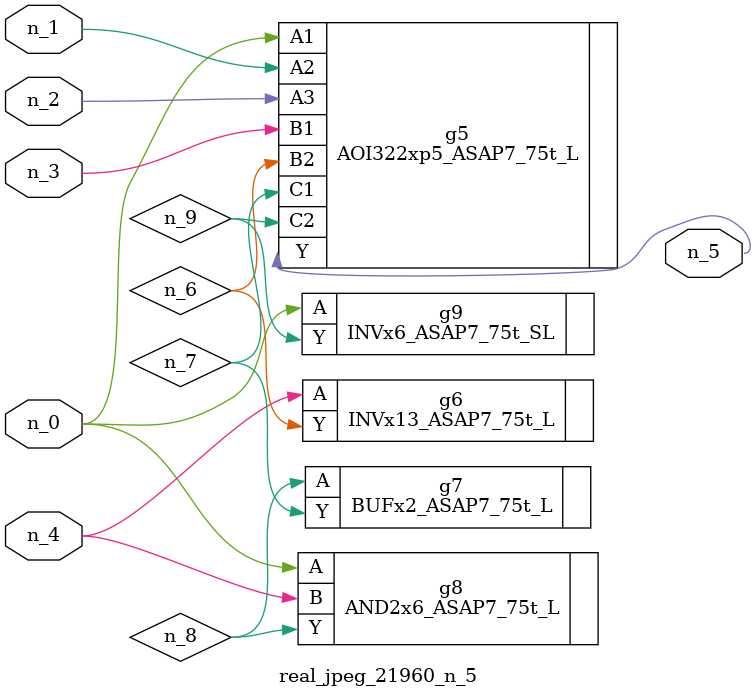
<source format=v>
module real_jpeg_21960_n_5 (n_4, n_0, n_1, n_2, n_3, n_5);

input n_4;
input n_0;
input n_1;
input n_2;
input n_3;

output n_5;

wire n_8;
wire n_6;
wire n_7;
wire n_9;

AOI322xp5_ASAP7_75t_L g5 ( 
.A1(n_0),
.A2(n_1),
.A3(n_2),
.B1(n_3),
.B2(n_6),
.C1(n_7),
.C2(n_9),
.Y(n_5)
);

AND2x6_ASAP7_75t_L g8 ( 
.A(n_0),
.B(n_4),
.Y(n_8)
);

INVx6_ASAP7_75t_SL g9 ( 
.A(n_0),
.Y(n_9)
);

INVx13_ASAP7_75t_L g6 ( 
.A(n_4),
.Y(n_6)
);

BUFx2_ASAP7_75t_L g7 ( 
.A(n_8),
.Y(n_7)
);


endmodule
</source>
